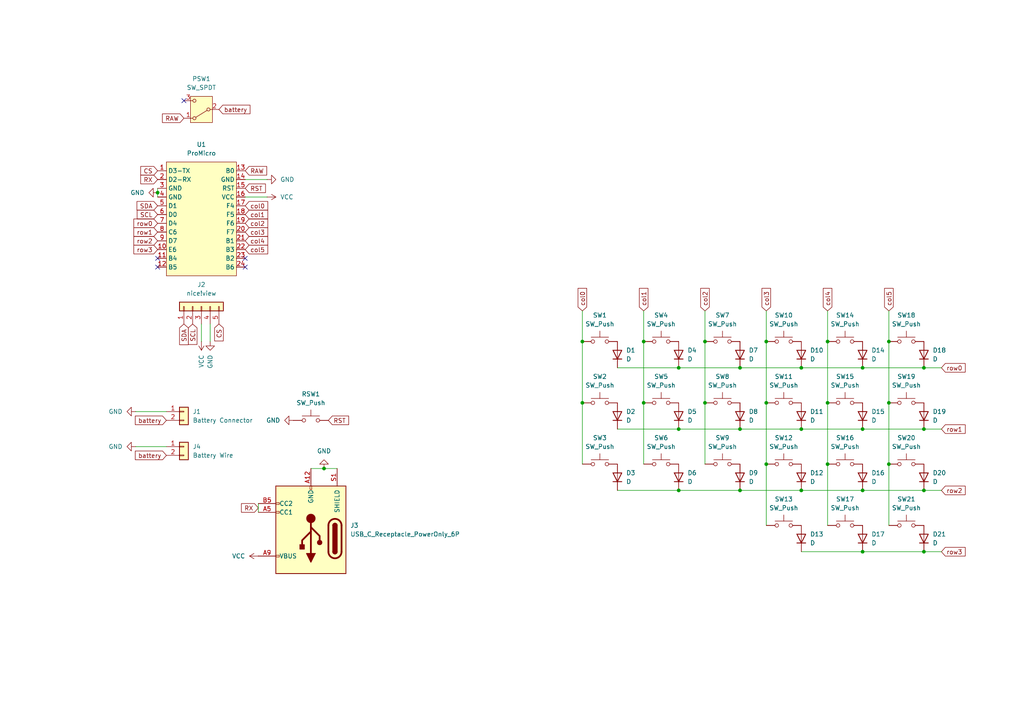
<source format=kicad_sch>
(kicad_sch (version 20231120) (generator "eeschema") (generator_version "8.0")
  (paper "A4")
  (lib_symbols
    (symbol "Connector:USB_C_Receptacle_PowerOnly_6P" (pin_names (offset 1.016))
      (property "Reference" "J" (at 0 16.51 0))
      (property "Value" "USB_C_Receptacle_PowerOnly_6P" (at 0 13.97 0))
      (symbol "USB_C_Receptacle_PowerOnly_6P_0_0"
        (rectangle (start -0.254 -12.7) (end 0.254 -11.684))
        (rectangle (start 10.16 -7.366) (end 9.144 -7.874))
        (rectangle (start 10.16 -4.826) (end 9.144 -5.334))
        (rectangle (start 10.16 7.874) (end 9.144 7.366))
      )
      (symbol "USB_C_Receptacle_PowerOnly_6P_0_1"
        (rectangle (start -10.16 12.7) (end 10.16 -12.7) (stroke (width 0.254)) (fill (type background)))
        (arc (start -8.89 -1.27) (mid -6.985 -3.1667) (end -5.08 -1.27) (stroke (width 0.508)))
        (arc (start -7.62 -1.27) (mid -6.985 -1.9023) (end -6.35 -1.27) (stroke (width 0.254)))
        (arc (start -7.62 -1.27) (mid -6.985 -1.9023) (end -6.35 -1.27) (stroke (width 0.254)) (fill (type outline)))
        (rectangle (start -7.62 -1.27) (end -6.35 6.35) (stroke (width 0.254)) (fill (type outline)))
        (arc (start -6.35 6.35) (mid -6.985 6.9823) (end -7.62 6.35) (stroke (width 0.254)))
        (arc (start -6.35 6.35) (mid -6.985 6.9823) (end -7.62 6.35) (stroke (width 0.254)) (fill (type outline)))
        (arc (start -5.08 6.35) (mid -6.985 8.2467) (end -8.89 6.35) (stroke (width 0.508)))
        (circle (center -2.54 3.683) (radius 0.635) (stroke (width 0.254)) (fill (type outline)))
        (circle (center 0 -3.302) (radius 1.27) (fill (type outline)))
        (polyline (pts (xy -8.89 -1.27) (xy -8.89 6.35)) (stroke (width 0.508)))
        (polyline (pts (xy -5.08 6.35) (xy -5.08 -1.27)) (stroke (width 0.508)))
        (polyline (pts (xy 0 -3.302) (xy 0 6.858)) (stroke (width 0.508)))
        (polyline (pts (xy 0 -0.762) (xy -2.54 1.778) (xy -2.54 3.048)) (stroke (width 0.508)))
        (polyline (pts (xy 0 0.508) (xy 2.54 3.048) (xy 2.54 4.318)) (stroke (width 0.508)))
        (polyline (pts (xy -1.27 6.858) (xy 0 9.398) (xy 1.27 6.858) (xy -1.27 6.858)) (stroke (width 0.254)) (fill (type outline)))
        (rectangle (start 1.905 4.318) (end 3.175 5.588) (stroke (width 0.254)) (fill (type outline)))
      )
      (symbol "USB_C_Receptacle_PowerOnly_6P_1_1"
        (pin passive line (at 0 -17.78 90) (length 5.08) (name "GND") (number "A12"))
        (pin bidirectional line (at 15.24 -5.08 180) (length 5.08) (name "CC1") (number "A5"))
        (pin passive line (at 15.24 7.62 180) (length 5.08) (name "VBUS") (number "A9"))
        (pin passive line (at 0 -17.78 90) (length 5.08) hide (name "GND") (number "B12"))
        (pin bidirectional line (at 15.24 -7.62 180) (length 5.08) (name "CC2") (number "B5"))
        (pin passive line (at 15.24 7.62 180) (length 5.08) hide (name "VBUS") (number "B9"))
        (pin passive line (at -7.62 -17.78 90) (length 5.08) (name "SHIELD") (number "S1"))
      )
    )
    (symbol "Connector_Generic:Conn_01x02" (pin_names (offset 1.016) hide)
      (property "Reference" "J" (at 0 2.54 0))
      (property "Value" "Conn_01x02" (at 0 -5.08 0))
      (symbol "Conn_01x02_1_1"
        (rectangle (start -1.27 -2.413) (end 0 -2.667) (stroke (width 0.1524)))
        (rectangle (start -1.27 0.127) (end 0 -0.127) (stroke (width 0.1524)))
        (rectangle (start -1.27 1.27) (end 1.27 -3.81) (stroke (width 0.254)) (fill (type background)))
        (pin passive line (at -5.08 0 0) (length 3.81) (name "Pin_1") (number "1"))
        (pin passive line (at -5.08 -2.54 0) (length 3.81) (name "Pin_2") (number "2"))
      )
    )
    (symbol "Connector_Generic:Conn_01x05" (pin_names (offset 1.016) hide)
      (property "Reference" "J" (at 0 7.62 0))
      (property "Value" "Conn_01x05" (at 0 -7.62 0))
      (symbol "Conn_01x05_1_1"
        (rectangle (start -1.27 -4.953) (end 0 -5.207) (stroke (width 0.1524)))
        (rectangle (start -1.27 -2.413) (end 0 -2.667) (stroke (width 0.1524)))
        (rectangle (start -1.27 0.127) (end 0 -0.127) (stroke (width 0.1524)))
        (rectangle (start -1.27 2.667) (end 0 2.413) (stroke (width 0.1524)))
        (rectangle (start -1.27 5.207) (end 0 4.953) (stroke (width 0.1524)))
        (rectangle (start -1.27 6.35) (end 1.27 -6.35) (stroke (width 0.254)) (fill (type background)))
        (pin passive line (at -5.08 5.08 0) (length 3.81) (name "Pin_1") (number "1"))
        (pin passive line (at -5.08 2.54 0) (length 3.81) (name "Pin_2") (number "2"))
        (pin passive line (at -5.08 0 0) (length 3.81) (name "Pin_3") (number "3"))
        (pin passive line (at -5.08 -2.54 0) (length 3.81) (name "Pin_4") (number "4"))
        (pin passive line (at -5.08 -5.08 0) (length 3.81) (name "Pin_5") (number "5"))
      )
    )
    (symbol "Device:D" (pin_numbers hide) (pin_names (offset 1.016) hide)
      (property "Reference" "D" (at 0 2.54 0))
      (property "Value" "D" (at 0 -2.54 0))
      (symbol "D_0_1"
        (polyline (pts (xy -1.27 1.27) (xy -1.27 -1.27)) (stroke (width 0.254)))
        (polyline (pts (xy 1.27 0) (xy -1.27 0)))
        (polyline (pts (xy 1.27 1.27) (xy 1.27 -1.27) (xy -1.27 0) (xy 1.27 1.27)) (stroke (width 0.254)))
      )
      (symbol "D_1_1"
        (pin passive line (at -3.81 0 0) (length 2.54) (name "K") (number "1"))
        (pin passive line (at 3.81 0 180) (length 2.54) (name "A") (number "2"))
      )
    )
    (symbol "PCM_marbastlib-promicroish:Arduino_ProMicro" (in_bom no)
      (property "Reference" "U" (at 0 20.32 0))
      (property "Value" "ProMicro" (at 0 17.78 0))
      (symbol "Arduino_ProMicro_0_0"
        (pin bidirectional line (at -12.7 13.97 0) (length 2.54) (name "D3-TX") (number "1"))
        (pin bidirectional line (at -12.7 -8.89 0) (length 2.54) (name "E6") (number "10"))
        (pin bidirectional line (at -12.7 -11.43 0) (length 2.54) (name "B4") (number "11"))
        (pin bidirectional line (at -12.7 -13.97 0) (length 2.54) (name "B5") (number "12"))
        (pin power_out line (at 12.7 11.43 180) (length 2.54) (name "GND") (number "14"))
        (pin bidirectional line (at 12.7 8.89 180) (length 2.54) (name "RST") (number "15"))
        (pin bidirectional line (at 12.7 3.81 180) (length 2.54) (name "F4") (number "17"))
        (pin bidirectional line (at 12.7 1.27 180) (length 2.54) (name "F5") (number "18"))
        (pin bidirectional line (at 12.7 -1.27 180) (length 2.54) (name "F6") (number "19"))
        (pin bidirectional line (at -12.7 11.43 0) (length 2.54) (name "D2-RX") (number "2"))
        (pin bidirectional line (at 12.7 -3.81 180) (length 2.54) (name "F7") (number "20"))
        (pin bidirectional line (at 12.7 -6.35 180) (length 2.54) (name "B1") (number "21"))
        (pin bidirectional line (at 12.7 -8.89 180) (length 2.54) (name "B3") (number "22"))
        (pin bidirectional line (at 12.7 -11.43 180) (length 2.54) (name "B2") (number "23"))
        (pin bidirectional line (at 12.7 -13.97 180) (length 2.54) (name "B6") (number "24"))
        (pin power_out line (at -12.7 8.89 0) (length 2.54) (name "GND") (number "3"))
        (pin power_out line (at -12.7 6.35 0) (length 2.54) (name "GND") (number "4"))
        (pin bidirectional line (at -12.7 3.81 0) (length 2.54) (name "D1") (number "5"))
        (pin bidirectional line (at -12.7 1.27 0) (length 2.54) (name "D0") (number "6"))
        (pin bidirectional line (at -12.7 -1.27 0) (length 2.54) (name "D4") (number "7"))
        (pin bidirectional line (at -12.7 -3.81 0) (length 2.54) (name "C6") (number "8"))
        (pin bidirectional line (at -12.7 -6.35 0) (length 2.54) (name "D7") (number "9"))
      )
      (symbol "Arduino_ProMicro_1_0"
        (pin bidirectional line (at 12.7 13.97 180) (length 2.54) (name "B0") (number "13"))
        (pin power_out line (at 12.7 6.35 180) (length 2.54) (name "VCC") (number "16"))
      )
      (symbol "Arduino_ProMicro_1_1"
        (rectangle (start -10.16 16.51) (end 10.16 -16.51) (fill (type background)))
      )
    )
    (symbol "Switch:SW_Push" (pin_numbers hide) (pin_names (offset 1.016) hide)
      (property "Reference" "SW" (at 1.27 2.54 0))
      (property "Value" "SW_Push" (at 0 -1.524 0))
      (symbol "SW_Push_0_1"
        (circle (center -2.032 0) (radius 0.508))
        (polyline (pts (xy 0 1.27) (xy 0 3.048)))
        (polyline (pts (xy 2.54 1.27) (xy -2.54 1.27)))
        (circle (center 2.032 0) (radius 0.508))
        (pin passive line (at -5.08 0 0) (length 2.54) (name "1") (number "1"))
        (pin passive line (at 5.08 0 180) (length 2.54) (name "2") (number "2"))
      )
    )
    (symbol "Switch:SW_SPDT" (pin_names (offset 0) hide)
      (property "Reference" "SW" (at 0 5.08 0))
      (property "Value" "SW_SPDT" (at 0 -5.08 0))
      (symbol "SW_SPDT_0_1"
        (circle (center -2.032 0) (radius 0.4572))
        (polyline (pts (xy -1.651 0.254) (xy 1.651 2.286)))
        (circle (center 2.032 -2.54) (radius 0.4572))
        (circle (center 2.032 2.54) (radius 0.4572))
      )
      (symbol "SW_SPDT_1_1"
        (rectangle (start -3.175 3.81) (end 3.175 -3.81) (fill (type background)))
        (pin passive line (at 5.08 2.54 180) (length 2.54) (name "A") (number "1"))
        (pin passive line (at -5.08 0 0) (length 2.54) (name "B") (number "2"))
        (pin passive line (at 5.08 -2.54 180) (length 2.54) (name "C") (number "3"))
      )
    )
    (symbol "power:GND" (power) (pin_numbers hide) (pin_names (offset 0) hide)
      (property "Value" "GND" (at 0 -3.81 0))
      (symbol "GND_0_1"
        (polyline (pts (xy 0 0) (xy 0 -1.27) (xy 1.27 -1.27) (xy 0 -2.54) (xy -1.27 -1.27) (xy 0 -1.27)))
      )
      (symbol "GND_1_1"
        (pin power_in line (at 0 0 270) (length 0) (name "~") (number "1"))
      )
    )
    (symbol "power:VCC" (power) (pin_numbers hide) (pin_names (offset 0) hide)
      (property "Value" "VCC" (at 0 3.556 0))
      (symbol "VCC_0_1"
        (polyline (pts (xy -0.762 1.27) (xy 0 2.54)))
        (polyline (pts (xy 0 0) (xy 0 2.54)))
        (polyline (pts (xy 0 2.54) (xy 0.762 1.27)))
      )
      (symbol "VCC_1_1"
        (pin power_in line (at 0 0 90) (length 0) (name "~") (number "1"))
      )
    )
  )
  (junction (at 232.41 106.68))
  (junction (at 267.97 106.68))
  (junction (at 267.97 124.46))
  (junction (at 168.91 116.84))
  (junction (at 250.19 142.24))
  (junction (at 250.19 106.68))
  (junction (at 45.72 55.88))
  (junction (at 196.85 124.46))
  (junction (at 204.47 99.06))
  (junction (at 240.03 99.06))
  (junction (at 222.25 116.84))
  (junction (at 196.85 106.68))
  (junction (at 214.63 106.68))
  (junction (at 93.98 135.89))
  (junction (at 257.81 99.06))
  (junction (at 196.85 142.24))
  (junction (at 214.63 142.24))
  (junction (at 267.97 160.02))
  (junction (at 240.03 116.84))
  (junction (at 222.25 134.62))
  (junction (at 204.47 116.84))
  (junction (at 267.97 142.24))
  (junction (at 240.03 134.62))
  (junction (at 257.81 116.84))
  (junction (at 186.69 116.84))
  (junction (at 232.41 142.24))
  (junction (at 250.19 160.02))
  (junction (at 168.91 99.06))
  (junction (at 250.19 124.46))
  (junction (at 222.25 99.06))
  (junction (at 214.63 124.46))
  (junction (at 186.69 99.06))
  (junction (at 257.81 134.62))
  (junction (at 232.41 124.46))
  (no_connect (at 45.72 74.93))
  (no_connect (at 71.12 77.47))
  (no_connect (at 45.72 77.47))
  (no_connect (at 53.34 29.21))
  (no_connect (at 71.12 74.93))
  (wire (pts (xy 168.91 99.06) (xy 168.91 116.84)))
  (wire (pts (xy 45.72 55.88) (xy 45.72 57.15)))
  (wire (pts (xy 257.81 90.17) (xy 257.81 99.06)))
  (wire (pts (xy 186.69 90.17) (xy 186.69 99.06)))
  (wire (pts (xy 45.72 54.61) (xy 45.72 55.88)))
  (wire (pts (xy 232.41 142.24) (xy 250.19 142.24)))
  (wire (pts (xy 204.47 99.06) (xy 204.47 116.84)))
  (wire (pts (xy 196.85 142.24) (xy 214.63 142.24)))
  (wire (pts (xy 250.19 142.24) (xy 267.97 142.24)))
  (wire (pts (xy 196.85 106.68) (xy 214.63 106.68)))
  (wire (pts (xy 222.25 99.06) (xy 222.25 116.84)))
  (wire (pts (xy 204.47 116.84) (xy 204.47 134.62)))
  (wire (pts (xy 214.63 124.46) (xy 232.41 124.46)))
  (wire (pts (xy 257.81 99.06) (xy 257.81 116.84)))
  (wire (pts (xy 214.63 106.68) (xy 232.41 106.68)))
  (wire (pts (xy 39.37 119.38) (xy 48.26 119.38)))
  (wire (pts (xy 267.97 124.46) (xy 273.05 124.46)))
  (wire (pts (xy 257.81 134.62) (xy 257.81 152.4)))
  (wire (pts (xy 58.42 99.06) (xy 58.42 93.98)))
  (wire (pts (xy 74.93 146.05) (xy 74.93 148.59)))
  (wire (pts (xy 240.03 134.62) (xy 240.03 152.4)))
  (wire (pts (xy 168.91 116.84) (xy 168.91 134.62)))
  (wire (pts (xy 93.98 135.89) (xy 97.79 135.89)))
  (wire (pts (xy 250.19 124.46) (xy 267.97 124.46)))
  (wire (pts (xy 222.25 90.17) (xy 222.25 99.06)))
  (wire (pts (xy 267.97 106.68) (xy 273.05 106.68)))
  (wire (pts (xy 90.17 135.89) (xy 93.98 135.89)))
  (wire (pts (xy 267.97 142.24) (xy 273.05 142.24)))
  (wire (pts (xy 222.25 116.84) (xy 222.25 134.62)))
  (wire (pts (xy 232.41 160.02) (xy 250.19 160.02)))
  (wire (pts (xy 214.63 142.24) (xy 232.41 142.24)))
  (wire (pts (xy 250.19 160.02) (xy 267.97 160.02)))
  (wire (pts (xy 168.91 90.17) (xy 168.91 99.06)))
  (wire (pts (xy 179.07 106.68) (xy 196.85 106.68)))
  (wire (pts (xy 232.41 124.46) (xy 250.19 124.46)))
  (wire (pts (xy 77.47 57.15) (xy 71.12 57.15)))
  (wire (pts (xy 204.47 90.17) (xy 204.47 99.06)))
  (wire (pts (xy 77.47 52.07) (xy 71.12 52.07)))
  (wire (pts (xy 240.03 90.17) (xy 240.03 99.06)))
  (wire (pts (xy 186.69 116.84) (xy 186.69 134.62)))
  (wire (pts (xy 232.41 106.68) (xy 250.19 106.68)))
  (wire (pts (xy 222.25 134.62) (xy 222.25 152.4)))
  (wire (pts (xy 240.03 99.06) (xy 240.03 116.84)))
  (wire (pts (xy 240.03 116.84) (xy 240.03 134.62)))
  (wire (pts (xy 39.37 129.54) (xy 48.26 129.54)))
  (wire (pts (xy 179.07 124.46) (xy 196.85 124.46)))
  (wire (pts (xy 250.19 106.68) (xy 267.97 106.68)))
  (wire (pts (xy 179.07 142.24) (xy 196.85 142.24)))
  (wire (pts (xy 267.97 160.02) (xy 273.05 160.02)))
  (wire (pts (xy 257.81 116.84) (xy 257.81 134.62)))
  (wire (pts (xy 186.69 99.06) (xy 186.69 116.84)))
  (wire (pts (xy 60.96 99.06) (xy 60.96 93.98)))
  (wire (pts (xy 196.85 124.46) (xy 214.63 124.46)))
  (global_label "SDA" (shape input) (at 45.72 59.69 180) (property "Intersheetrefs" "${INTERSHEET_REFS}" (effects (hide yes))))
  (global_label "RST" (shape input) (at 95.25 121.92 0) (property "Intersheetrefs" "${INTERSHEET_REFS}" (effects (hide yes))))
  (global_label "SDA" (shape input) (at 53.34 93.98 270) (property "Intersheetrefs" "${INTERSHEET_REFS}" (effects (hide yes))))
  (global_label "col4" (shape input) (at 240.03 90.17 90) (property "Intersheetrefs" "${INTERSHEET_REFS}" (effects (hide yes))))
  (global_label "RAW" (shape input) (at 71.12 49.53 0) (property "Intersheetrefs" "${INTERSHEET_REFS}" (effects (hide yes))))
  (global_label "col3" (shape input) (at 222.25 90.17 90) (property "Intersheetrefs" "${INTERSHEET_REFS}" (effects (hide yes))))
  (global_label "col2" (shape input) (at 204.47 90.17 90) (property "Intersheetrefs" "${INTERSHEET_REFS}" (effects (hide yes))))
  (global_label "battery" (shape input) (at 63.5 31.75 0) (property "Intersheetrefs" "${INTERSHEET_REFS}" (effects (hide yes))))
  (global_label "col5" (shape input) (at 257.81 90.17 90) (property "Intersheetrefs" "${INTERSHEET_REFS}" (effects (hide yes))))
  (global_label "col0" (shape input) (at 71.12 59.69 0) (property "Intersheetrefs" "${INTERSHEET_REFS}" (effects (hide yes))))
  (global_label "col3" (shape input) (at 71.12 67.31 0) (property "Intersheetrefs" "${INTERSHEET_REFS}" (effects (hide yes))))
  (global_label "SCL" (shape input) (at 45.72 62.23 180) (property "Intersheetrefs" "${INTERSHEET_REFS}" (effects (hide yes))))
  (global_label "RX" (shape input) (at 45.72 52.07 180) (property "Intersheetrefs" "${INTERSHEET_REFS}" (effects (hide yes))))
  (global_label "row3" (shape input) (at 273.05 160.02 0) (property "Intersheetrefs" "${INTERSHEET_REFS}" (effects (hide yes))))
  (global_label "row1" (shape input) (at 273.05 124.46 0) (property "Intersheetrefs" "${INTERSHEET_REFS}" (effects (hide yes))))
  (global_label "RAW" (shape input) (at 53.34 34.29 180) (property "Intersheetrefs" "${INTERSHEET_REFS}" (effects (hide yes))))
  (global_label "col2" (shape input) (at 71.12 64.77 0) (property "Intersheetrefs" "${INTERSHEET_REFS}" (effects (hide yes))))
  (global_label "row3" (shape input) (at 45.72 72.39 180) (property "Intersheetrefs" "${INTERSHEET_REFS}" (effects (hide yes))))
  (global_label "RX" (shape input) (at 74.93 147.32 180) (property "Intersheetrefs" "${INTERSHEET_REFS}" (effects (hide yes))))
  (global_label "col4" (shape input) (at 71.12 69.85 0) (property "Intersheetrefs" "${INTERSHEET_REFS}" (effects (hide yes))))
  (global_label "col1" (shape input) (at 186.69 90.17 90) (property "Intersheetrefs" "${INTERSHEET_REFS}" (effects (hide yes))))
  (global_label "row2" (shape input) (at 45.72 69.85 180) (property "Intersheetrefs" "${INTERSHEET_REFS}" (effects (hide yes))))
  (global_label "battery" (shape input) (at 48.26 132.08 180) (property "Intersheetrefs" "${INTERSHEET_REFS}" (effects (hide yes))))
  (global_label "col5" (shape input) (at 71.12 72.39 0) (property "Intersheetrefs" "${INTERSHEET_REFS}" (effects (hide yes))))
  (global_label "col0" (shape input) (at 168.91 90.17 90) (property "Intersheetrefs" "${INTERSHEET_REFS}" (effects (hide yes))))
  (global_label "row2" (shape input) (at 273.05 142.24 0) (property "Intersheetrefs" "${INTERSHEET_REFS}" (effects (hide yes))))
  (global_label "col1" (shape input) (at 71.12 62.23 0) (property "Intersheetrefs" "${INTERSHEET_REFS}" (effects (hide yes))))
  (global_label "row1" (shape input) (at 45.72 67.31 180) (property "Intersheetrefs" "${INTERSHEET_REFS}" (effects (hide yes))))
  (global_label "row0" (shape input) (at 273.05 106.68 0) (property "Intersheetrefs" "${INTERSHEET_REFS}" (effects (hide yes))))
  (global_label "SCL" (shape input) (at 55.88 93.98 270) (property "Intersheetrefs" "${INTERSHEET_REFS}" (effects (hide yes))))
  (global_label "row0" (shape input) (at 45.72 64.77 180) (property "Intersheetrefs" "${INTERSHEET_REFS}" (effects (hide yes))))
  (global_label "RST" (shape input) (at 71.12 54.61 0) (property "Intersheetrefs" "${INTERSHEET_REFS}" (effects (hide yes))))
  (global_label "CS" (shape input) (at 45.72 49.53 180) (property "Intersheetrefs" "${INTERSHEET_REFS}" (effects (hide yes))))
  (global_label "CS" (shape input) (at 63.5 93.98 270) (property "Intersheetrefs" "${INTERSHEET_REFS}" (effects (hide yes))))
  (global_label "battery" (shape input) (at 48.26 121.92 180) (property "Intersheetrefs" "${INTERSHEET_REFS}" (effects (hide yes))))
  (symbol (lib_id "power:VCC") (at 77.47 57.15 270) (unit 1)
    (property "Reference" "#PWR04" (effects (hide yes)))
    (property "Value" "VCC" (at 81.28 57.1499 90) (effects (justify left)))
    (property "Description" "Power symbol creates a global label with name \"VCC\"" (effects (hide yes)))
  )
  (symbol (lib_id "Switch:SW_Push") (at 191.77 116.84 0) (unit 1)
    (property "Reference" "SW5" (at 191.77 109.22 0))
    (property "Value" "SW_Push" (at 191.77 111.76 0))
    (property "Footprint" "Project:Switch-MX_ChocV2-Reversible-Solder" (effects (hide yes)))
    (property "Description" "Push button switch, generic, two pins" (effects (hide yes)))
  )
  (symbol (lib_id "Device:D") (at 232.41 102.87 90) (unit 1)
    (property "Reference" "D10" (at 234.95 101.5999 90) (effects (justify right)))
    (property "Value" "D" (at 234.95 104.1399 90) (effects (justify right)))
    (property "Footprint" "Project:Diode-Reversible" (effects (hide yes)))
    (property "Description" "Diode" (effects (hide yes)))
    (property "Sim.Device" "D" (effects (hide yes)))
    (property "Sim.Pins" "1=K 2=A" (effects (hide yes)))
  )
  (symbol (lib_id "Switch:SW_Push") (at 245.11 134.62 0) (unit 1)
    (property "Reference" "SW16" (at 245.11 127 0))
    (property "Value" "SW_Push" (at 245.11 129.54 0))
    (property "Footprint" "Project:Switch-MX_ChocV2-Reversible-Solder" (effects (hide yes)))
    (property "Description" "Push button switch, generic, two pins" (effects (hide yes)))
  )
  (symbol (lib_id "power:GND") (at 93.98 135.89 180) (unit 1)
    (property "Reference" "#PWR05" (effects (hide yes)))
    (property "Value" "GND" (at 93.98 130.81 0))
    (property "Description" "Power symbol creates a global label with name \"GND\" , ground" (effects (hide yes)))
  )
  (symbol (lib_id "Connector_Generic:Conn_01x02") (at 53.34 119.38 0) (unit 1)
    (property "Reference" "J1" (at 55.88 119.3799 0) (effects (justify left)))
    (property "Value" "Battery Connector" (at 55.88 121.9199 0) (effects (justify left)))
    (property "Footprint" "Project:JST_PH_S2B-PH-K_1x02_P2.00mm_Horizontal" (effects (hide yes)))
    (property "Description" "Generic connector, single row, 01x02, script generated (kicad-library-utils/schlib/autogen/connector/)" (effects (hide yes)))
  )
  (symbol (lib_id "Switch:SW_Push") (at 262.89 134.62 0) (unit 1)
    (property "Reference" "SW20" (at 262.89 127 0))
    (property "Value" "SW_Push" (at 262.89 129.54 0))
    (property "Footprint" "Project:Switch-MX_ChocV2-Reversible-Solder" (effects (hide yes)))
    (property "Description" "Push button switch, generic, two pins" (effects (hide yes)))
  )
  (symbol (lib_id "Switch:SW_Push") (at 262.89 116.84 0) (unit 1)
    (property "Reference" "SW19" (at 262.89 109.22 0))
    (property "Value" "SW_Push" (at 262.89 111.76 0))
    (property "Footprint" "Project:Switch-MX_ChocV2-Reversible-Solder" (effects (hide yes)))
    (property "Description" "Push button switch, generic, two pins" (effects (hide yes)))
  )
  (symbol (lib_id "Device:D") (at 214.63 120.65 90) (unit 1)
    (property "Reference" "D8" (at 217.17 119.3799 90) (effects (justify right)))
    (property "Value" "D" (at 217.17 121.9199 90) (effects (justify right)))
    (property "Footprint" "Project:Diode-Reversible" (effects (hide yes)))
    (property "Description" "Diode" (effects (hide yes)))
    (property "Sim.Device" "D" (effects (hide yes)))
    (property "Sim.Pins" "1=K 2=A" (effects (hide yes)))
  )
  (symbol (lib_id "Device:D") (at 250.19 156.21 90) (unit 1)
    (property "Reference" "D17" (at 252.73 154.9399 90) (effects (justify right)))
    (property "Value" "D" (at 252.73 157.4799 90) (effects (justify right)))
    (property "Footprint" "Project:Diode-Reversible" (effects (hide yes)))
    (property "Description" "Diode" (effects (hide yes)))
    (property "Sim.Device" "D" (effects (hide yes)))
    (property "Sim.Pins" "1=K 2=A" (effects (hide yes)))
  )
  (symbol (lib_id "Connector_Generic:Conn_01x02") (at 53.34 129.54 0) (unit 1)
    (property "Reference" "J4" (at 55.88 129.5399 0) (effects (justify left)))
    (property "Value" "Battery Wire" (at 55.88 132.0799 0) (effects (justify left)))
    (property "Footprint" "Project:Battery Wire" (effects (hide yes)))
    (property "Description" "Generic connector, single row, 01x02, script generated (kicad-library-utils/schlib/autogen/connector/)" (effects (hide yes)))
  )
  (symbol (lib_id "power:GND") (at 39.37 129.54 270) (unit 1)
    (property "Reference" "#PWR010" (effects (hide yes)))
    (property "Value" "GND" (at 35.56 129.5399 90) (effects (justify right)))
    (property "Description" "Power symbol creates a global label with name \"GND\" , ground" (effects (hide yes)))
  )
  (symbol (lib_id "power:GND") (at 60.96 99.06 0) (unit 1)
    (property "Reference" "#PWR06" (effects (hide yes)))
    (property "Value" "GND" (at 60.9599 102.87 90) (effects (justify right)))
    (property "Description" "Power symbol creates a global label with name \"GND\" , ground" (effects (hide yes)))
  )
  (symbol (lib_id "Device:D") (at 214.63 138.43 90) (unit 1)
    (property "Reference" "D9" (at 217.17 137.1599 90) (effects (justify right)))
    (property "Value" "D" (at 217.17 139.6999 90) (effects (justify right)))
    (property "Footprint" "Project:Diode-Reversible" (effects (hide yes)))
    (property "Description" "Diode" (effects (hide yes)))
    (property "Sim.Device" "D" (effects (hide yes)))
    (property "Sim.Pins" "1=K 2=A" (effects (hide yes)))
  )
  (symbol (lib_id "Device:D") (at 196.85 120.65 90) (unit 1)
    (property "Reference" "D5" (at 199.39 119.3799 90) (effects (justify right)))
    (property "Value" "D" (at 199.39 121.9199 90) (effects (justify right)))
    (property "Footprint" "Project:Diode-Reversible" (effects (hide yes)))
    (property "Description" "Diode" (effects (hide yes)))
    (property "Sim.Device" "D" (effects (hide yes)))
    (property "Sim.Pins" "1=K 2=A" (effects (hide yes)))
  )
  (symbol (lib_id "Switch:SW_Push") (at 227.33 134.62 0) (unit 1)
    (property "Reference" "SW12" (at 227.33 127 0))
    (property "Value" "SW_Push" (at 227.33 129.54 0))
    (property "Footprint" "Project:Switch-MX_ChocV2-Reversible-Solder" (effects (hide yes)))
    (property "Description" "Push button switch, generic, two pins" (effects (hide yes)))
  )
  (symbol (lib_id "Device:D") (at 179.07 102.87 90) (unit 1)
    (property "Reference" "D1" (at 181.61 101.5999 90) (effects (justify right)))
    (property "Value" "D" (at 181.61 104.1399 90) (effects (justify right)))
    (property "Footprint" "Project:Diode-Reversible" (effects (hide yes)))
    (property "Description" "Diode" (effects (hide yes)))
    (property "Sim.Device" "D" (effects (hide yes)))
    (property "Sim.Pins" "1=K 2=A" (effects (hide yes)))
  )
  (symbol (lib_id "power:GND") (at 85.09 121.92 270) (unit 1)
    (property "Reference" "#PWR08" (effects (hide yes)))
    (property "Value" "GND" (at 81.28 121.9199 90) (effects (justify right)))
    (property "Description" "Power symbol creates a global label with name \"GND\" , ground" (effects (hide yes)))
  )
  (symbol (lib_id "Switch:SW_Push") (at 262.89 152.4 0) (unit 1)
    (property "Reference" "SW21" (at 262.89 144.78 0))
    (property "Value" "SW_Push" (at 262.89 147.32 0))
    (property "Footprint" "Project:Switch-MX_ChocV2-Reversible-Solder" (effects (hide yes)))
    (property "Description" "Push button switch, generic, two pins" (effects (hide yes)))
  )
  (symbol (lib_id "Device:D") (at 179.07 138.43 90) (unit 1)
    (property "Reference" "D3" (at 181.61 137.1599 90) (effects (justify right)))
    (property "Value" "D" (at 181.61 139.6999 90) (effects (justify right)))
    (property "Footprint" "Project:Diode-Reversible" (effects (hide yes)))
    (property "Description" "Diode" (effects (hide yes)))
    (property "Sim.Device" "D" (effects (hide yes)))
    (property "Sim.Pins" "1=K 2=A" (effects (hide yes)))
  )
  (symbol (lib_id "Device:D") (at 179.07 120.65 90) (unit 1)
    (property "Reference" "D2" (at 181.61 119.3799 90) (effects (justify right)))
    (property "Value" "D" (at 181.61 121.9199 90) (effects (justify right)))
    (property "Footprint" "Project:Diode-Reversible" (effects (hide yes)))
    (property "Description" "Diode" (effects (hide yes)))
    (property "Sim.Device" "D" (effects (hide yes)))
    (property "Sim.Pins" "1=K 2=A" (effects (hide yes)))
  )
  (symbol (lib_id "Device:D") (at 196.85 102.87 90) (unit 1)
    (property "Reference" "D4" (at 199.39 101.5999 90) (effects (justify right)))
    (property "Value" "D" (at 199.39 104.1399 90) (effects (justify right)))
    (property "Footprint" "Project:Diode-Reversible" (effects (hide yes)))
    (property "Description" "Diode" (effects (hide yes)))
    (property "Sim.Device" "D" (effects (hide yes)))
    (property "Sim.Pins" "1=K 2=A" (effects (hide yes)))
  )
  (symbol (lib_id "Switch:SW_Push") (at 191.77 99.06 0) (unit 1)
    (property "Reference" "SW4" (at 191.77 91.44 0))
    (property "Value" "SW_Push" (at 191.77 93.98 0))
    (property "Footprint" "Project:Switch-MX_ChocV2-Reversible-Solder" (effects (hide yes)))
    (property "Description" "Push button switch, generic, two pins" (effects (hide yes)))
  )
  (symbol (lib_id "Switch:SW_Push") (at 191.77 134.62 0) (unit 1)
    (property "Reference" "SW6" (at 191.77 127 0))
    (property "Value" "SW_Push" (at 191.77 129.54 0))
    (property "Footprint" "Project:Switch-MX_ChocV2-Reversible-Solder" (effects (hide yes)))
    (property "Description" "Push button switch, generic, two pins" (effects (hide yes)))
  )
  (symbol (lib_id "Switch:SW_Push") (at 173.99 99.06 0) (unit 1)
    (property "Reference" "SW1" (at 173.99 91.44 0))
    (property "Value" "SW_Push" (at 173.99 93.98 0))
    (property "Footprint" "Project:Switch-MX_ChocV2-Reversible-Solder" (effects (hide yes)))
    (property "Description" "Push button switch, generic, two pins" (effects (hide yes)))
  )
  (symbol (lib_id "Device:D") (at 267.97 102.87 90) (unit 1)
    (property "Reference" "D18" (at 270.51 101.5999 90) (effects (justify right)))
    (property "Value" "D" (at 270.51 104.1399 90) (effects (justify right)))
    (property "Footprint" "Project:Diode-Reversible" (effects (hide yes)))
    (property "Description" "Diode" (effects (hide yes)))
    (property "Sim.Device" "D" (effects (hide yes)))
    (property "Sim.Pins" "1=K 2=A" (effects (hide yes)))
  )
  (symbol (lib_id "Switch:SW_Push") (at 173.99 134.62 0) (unit 1)
    (property "Reference" "SW3" (at 173.99 127 0))
    (property "Value" "SW_Push" (at 173.99 129.54 0))
    (property "Footprint" "Project:Switch-MX_ChocV2-Reversible-Solder" (effects (hide yes)))
    (property "Description" "Push button switch, generic, two pins" (effects (hide yes)))
  )
  (symbol (lib_id "power:GND") (at 45.72 55.88 270) (unit 1)
    (property "Reference" "#PWR01" (effects (hide yes)))
    (property "Value" "GND" (at 41.91 55.8799 90) (effects (justify right)))
    (property "Description" "Power symbol creates a global label with name \"GND\" , ground" (effects (hide yes)))
  )
  (symbol (lib_id "Switch:SW_Push") (at 262.89 99.06 0) (unit 1)
    (property "Reference" "SW18" (at 262.89 91.44 0))
    (property "Value" "SW_Push" (at 262.89 93.98 0))
    (property "Footprint" "Project:Switch-MX_ChocV2-Reversible-Solder" (effects (hide yes)))
    (property "Description" "Push button switch, generic, two pins" (effects (hide yes)))
  )
  (symbol (lib_id "power:VCC") (at 74.93 161.29 90) (unit 1)
    (property "Reference" "#PWR09" (effects (hide yes)))
    (property "Value" "VCC" (at 71.12 161.2899 90) (effects (justify left)))
    (property "Description" "Power symbol creates a global label with name \"VCC\"" (effects (hide yes)))
  )
  (symbol (lib_id "Device:D") (at 267.97 138.43 90) (unit 1)
    (property "Reference" "D20" (at 270.51 137.1599 90) (effects (justify right)))
    (property "Value" "D" (at 270.51 139.6999 90) (effects (justify right)))
    (property "Footprint" "Project:Diode-Reversible" (effects (hide yes)))
    (property "Description" "Diode" (effects (hide yes)))
    (property "Sim.Device" "D" (effects (hide yes)))
    (property "Sim.Pins" "1=K 2=A" (effects (hide yes)))
  )
  (symbol (lib_id "Switch:SW_Push") (at 227.33 116.84 0) (unit 1)
    (property "Reference" "SW11" (at 227.33 109.22 0))
    (property "Value" "SW_Push" (at 227.33 111.76 0))
    (property "Footprint" "Project:Switch-MX_ChocV2-Reversible-Solder" (effects (hide yes)))
    (property "Description" "Push button switch, generic, two pins" (effects (hide yes)))
  )
  (symbol (lib_id "Switch:SW_Push") (at 245.11 99.06 0) (unit 1)
    (property "Reference" "SW14" (at 245.11 91.44 0))
    (property "Value" "SW_Push" (at 245.11 93.98 0))
    (property "Footprint" "Project:Switch-MX_ChocV2-Reversible-Solder" (effects (hide yes)))
    (property "Description" "Push button switch, generic, two pins" (effects (hide yes)))
  )
  (symbol (lib_id "power:VCC") (at 58.42 99.06 180) (unit 1)
    (property "Reference" "#PWR07" (effects (hide yes)))
    (property "Value" "VCC" (at 58.4199 102.87 90) (effects (justify left)))
    (property "Description" "Power symbol creates a global label with name \"VCC\"" (effects (hide yes)))
  )
  (symbol (lib_id "Connector:USB_C_Receptacle_PowerOnly_6P") (at 90.17 153.67 180) (unit 1)
    (property "Reference" "J3" (at 101.6 152.3999 0) (effects (justify right)))
    (property "Value" "USB_C_Receptacle_PowerOnly_6P" (at 101.6 154.9399 0) (effects (justify right)))
    (property "Footprint" "Project:USB_C_Receptacle_GCT_USB4125-xx-x_6P_TopMnt_Horizontal" (effects (hide yes)))
    (property "Datasheet" "https://www.usb.org/sites/default/files/documents/usb_type-c.zip" (effects (hide yes)))
    (property "Description" "USB Power-Only 6P Type-C Receptacle connector" (effects (hide yes)))
  )
  (symbol (lib_id "power:GND") (at 77.47 52.07 90) (unit 1)
    (property "Reference" "#PWR03" (effects (hide yes)))
    (property "Value" "GND" (at 81.28 52.0699 90) (effects (justify right)))
    (property "Description" "Power symbol creates a global label with name \"GND\" , ground" (effects (hide yes)))
  )
  (symbol (lib_id "power:GND") (at 39.37 119.38 270) (unit 1)
    (property "Reference" "#PWR02" (effects (hide yes)))
    (property "Value" "GND" (at 35.56 119.3799 90) (effects (justify right)))
    (property "Description" "Power symbol creates a global label with name \"GND\" , ground" (effects (hide yes)))
  )
  (symbol (lib_id "Connector_Generic:Conn_01x05") (at 58.42 88.9 90) (unit 1)
    (property "Reference" "J2" (at 58.42 82.55 90))
    (property "Value" "nice!view" (at 58.42 85.09 90))
    (property "Footprint" "Project:Nice_View" (effects (hide yes)))
    (property "Description" "Generic connector, single row, 01x05, script generated (kicad-library-utils/schlib/autogen/connector/)" (effects (hide yes)))
  )
  (symbol (lib_id "Switch:SW_Push") (at 209.55 116.84 0) (unit 1)
    (property "Reference" "SW8" (at 209.55 109.22 0))
    (property "Value" "SW_Push" (at 209.55 111.76 0))
    (property "Footprint" "Project:Switch-MX_ChocV2-Reversible-Solder" (effects (hide yes)))
    (property "Description" "Push button switch, generic, two pins" (effects (hide yes)))
  )
  (symbol (lib_id "Switch:SW_SPDT") (at 58.42 31.75 180) (unit 1)
    (property "Reference" "PSW1" (at 58.42 22.86 0))
    (property "Value" "SW_SPDT" (at 58.42 25.4 0))
    (property "Footprint" "Project:SW_SPDT_PCM12" (effects (hide yes)))
    (property "Description" "Switch, single pole double throw" (effects (hide yes)))
  )
  (symbol (lib_id "Device:D") (at 214.63 102.87 90) (unit 1)
    (property "Reference" "D7" (at 217.17 101.5999 90) (effects (justify right)))
    (property "Value" "D" (at 217.17 104.1399 90) (effects (justify right)))
    (property "Footprint" "Project:Diode-Reversible" (effects (hide yes)))
    (property "Description" "Diode" (effects (hide yes)))
    (property "Sim.Device" "D" (effects (hide yes)))
    (property "Sim.Pins" "1=K 2=A" (effects (hide yes)))
  )
  (symbol (lib_id "Device:D") (at 267.97 156.21 90) (unit 1)
    (property "Reference" "D21" (at 270.51 154.9399 90) (effects (justify right)))
    (property "Value" "D" (at 270.51 157.4799 90) (effects (justify right)))
    (property "Footprint" "Project:Diode-Reversible" (effects (hide yes)))
    (property "Description" "Diode" (effects (hide yes)))
    (property "Sim.Device" "D" (effects (hide yes)))
    (property "Sim.Pins" "1=K 2=A" (effects (hide yes)))
  )
  (symbol (lib_id "Switch:SW_Push") (at 173.99 116.84 0) (unit 1)
    (property "Reference" "SW2" (at 173.99 109.22 0))
    (property "Value" "SW_Push" (at 173.99 111.76 0))
    (property "Footprint" "Project:Switch-MX_ChocV2-Reversible-Solder" (effects (hide yes)))
    (property "Description" "Push button switch, generic, two pins" (effects (hide yes)))
  )
  (symbol (lib_id "Switch:SW_Push") (at 227.33 152.4 0) (unit 1)
    (property "Reference" "SW13" (at 227.33 144.78 0))
    (property "Value" "SW_Push" (at 227.33 147.32 0))
    (property "Footprint" "Project:Switch-MX_ChocV2-Reversible-Solder" (effects (hide yes)))
    (property "Description" "Push button switch, generic, two pins" (effects (hide yes)))
  )
  (symbol (lib_id "Switch:SW_Push") (at 245.11 116.84 0) (unit 1)
    (property "Reference" "SW15" (at 245.11 109.22 0))
    (property "Value" "SW_Push" (at 245.11 111.76 0))
    (property "Footprint" "Project:Switch-MX_ChocV2-Reversible-Solder" (effects (hide yes)))
    (property "Description" "Push button switch, generic, two pins" (effects (hide yes)))
  )
  (symbol (lib_id "Device:D") (at 232.41 120.65 90) (unit 1)
    (property "Reference" "D11" (at 234.95 119.3799 90) (effects (justify right)))
    (property "Value" "D" (at 234.95 121.9199 90) (effects (justify right)))
    (property "Footprint" "Project:Diode-Reversible" (effects (hide yes)))
    (property "Description" "Diode" (effects (hide yes)))
    (property "Sim.Device" "D" (effects (hide yes)))
    (property "Sim.Pins" "1=K 2=A" (effects (hide yes)))
  )
  (symbol (lib_id "Device:D") (at 250.19 138.43 90) (unit 1)
    (property "Reference" "D16" (at 252.73 137.1599 90) (effects (justify right)))
    (property "Value" "D" (at 252.73 139.6999 90) (effects (justify right)))
    (property "Footprint" "Project:Diode-Reversible" (effects (hide yes)))
    (property "Description" "Diode" (effects (hide yes)))
    (property "Sim.Device" "D" (effects (hide yes)))
    (property "Sim.Pins" "1=K 2=A" (effects (hide yes)))
  )
  (symbol (lib_id "Switch:SW_Push") (at 209.55 134.62 0) (unit 1)
    (property "Reference" "SW9" (at 209.55 127 0))
    (property "Value" "SW_Push" (at 209.55 129.54 0))
    (property "Footprint" "Project:Switch-MX_ChocV2-Reversible-Solder" (effects (hide yes)))
    (property "Description" "Push button switch, generic, two pins" (effects (hide yes)))
  )
  (symbol (lib_id "Device:D") (at 232.41 156.21 90) (unit 1)
    (property "Reference" "D13" (at 234.95 154.9399 90) (effects (justify right)))
    (property "Value" "D" (at 234.95 157.4799 90) (effects (justify right)))
    (property "Footprint" "Project:Diode-Reversible" (effects (hide yes)))
    (property "Description" "Diode" (effects (hide yes)))
    (property "Sim.Device" "D" (effects (hide yes)))
    (property "Sim.Pins" "1=K 2=A" (effects (hide yes)))
  )
  (symbol (lib_id "PCM_marbastlib-promicroish:Arduino_ProMicro") (at 58.42 63.5 0) (unit 1) (in_bom no)
    (property "Reference" "U1" (at 58.42 41.91 0))
    (property "Value" "ProMicro" (at 58.42 44.45 0))
    (property "Footprint" "Project:Pro_Micro-Reversible" (effects (hide yes)))
    (property "Description" "Symbol for an Arduino Pro Micro" (effects (hide yes)))
  )
  (symbol (lib_id "Switch:SW_Push") (at 209.55 99.06 0) (unit 1)
    (property "Reference" "SW7" (at 209.55 91.44 0))
    (property "Value" "SW_Push" (at 209.55 93.98 0))
    (property "Footprint" "Project:Switch-MX_ChocV2-Reversible-Solder" (effects (hide yes)))
    (property "Description" "Push button switch, generic, two pins" (effects (hide yes)))
  )
  (symbol (lib_id "Switch:SW_Push") (at 245.11 152.4 0) (unit 1)
    (property "Reference" "SW17" (at 245.11 144.78 0))
    (property "Value" "SW_Push" (at 245.11 147.32 0))
    (property "Footprint" "Project:Switch-MX_ChocV2-Reversible-Solder" (effects (hide yes)))
    (property "Description" "Push button switch, generic, two pins" (effects (hide yes)))
  )
  (symbol (lib_id "Device:D") (at 267.97 120.65 90) (unit 1)
    (property "Reference" "D19" (at 270.51 119.3799 90) (effects (justify right)))
    (property "Value" "D" (at 270.51 121.9199 90) (effects (justify right)))
    (property "Footprint" "Project:Diode-Reversible" (effects (hide yes)))
    (property "Description" "Diode" (effects (hide yes)))
    (property "Sim.Device" "D" (effects (hide yes)))
    (property "Sim.Pins" "1=K 2=A" (effects (hide yes)))
  )
  (symbol (lib_id "Switch:SW_Push") (at 227.33 99.06 0) (unit 1)
    (property "Reference" "SW10" (at 227.33 91.44 0))
    (property "Value" "SW_Push" (at 227.33 93.98 0))
    (property "Footprint" "Project:Switch-MX_ChocV2-Reversible-Solder" (effects (hide yes)))
    (property "Description" "Push button switch, generic, two pins" (effects (hide yes)))
  )
  (symbol (lib_id "Device:D") (at 196.85 138.43 90) (unit 1)
    (property "Reference" "D6" (at 199.39 137.1599 90) (effects (justify right)))
    (property "Value" "D" (at 199.39 139.6999 90) (effects (justify right)))
    (property "Footprint" "Project:Diode-Reversible" (effects (hide yes)))
    (property "Description" "Diode" (effects (hide yes)))
    (property "Sim.Device" "D" (effects (hide yes)))
    (property "Sim.Pins" "1=K 2=A" (effects (hide yes)))
  )
  (symbol (lib_id "Device:D") (at 250.19 102.87 90) (unit 1)
    (property "Reference" "D14" (at 252.73 101.5999 90) (effects (justify right)))
    (property "Value" "D" (at 252.73 104.1399 90) (effects (justify right)))
    (property "Footprint" "Project:Diode-Reversible" (effects (hide yes)))
    (property "Description" "Diode" (effects (hide yes)))
    (property "Sim.Device" "D" (effects (hide yes)))
    (property "Sim.Pins" "1=K 2=A" (effects (hide yes)))
  )
  (symbol (lib_id "Device:D") (at 250.19 120.65 90) (unit 1)
    (property "Reference" "D15" (at 252.73 119.3799 90) (effects (justify right)))
    (property "Value" "D" (at 252.73 121.9199 90) (effects (justify right)))
    (property "Footprint" "Project:Diode-Reversible" (effects (hide yes)))
    (property "Description" "Diode" (effects (hide yes)))
    (property "Sim.Device" "D" (effects (hide yes)))
    (property "Sim.Pins" "1=K 2=A" (effects (hide yes)))
  )
  (symbol (lib_id "Device:D") (at 232.41 138.43 90) (unit 1)
    (property "Reference" "D12" (at 234.95 137.1599 90) (effects (justify right)))
    (property "Value" "D" (at 234.95 139.6999 90) (effects (justify right)))
    (property "Footprint" "Project:Diode-Reversible" (effects (hide yes)))
    (property "Description" "Diode" (effects (hide yes)))
    (property "Sim.Device" "D" (effects (hide yes)))
    (property "Sim.Pins" "1=K 2=A" (effects (hide yes)))
  )
  (symbol (lib_id "Switch:SW_Push") (at 90.17 121.92 0) (unit 1)
    (property "Reference" "RSW1" (at 90.17 114.3 0))
    (property "Value" "SW_Push" (at 90.17 116.84 0))
    (property "Footprint" "Project:SW_PUSH_1P1T_6x3.5mm_H4.3_APEM_MJTP1243" (effects (hide yes)))
    (property "Description" "Push button switch, generic, two pins" (effects (hide yes)))
  )
)
</source>
